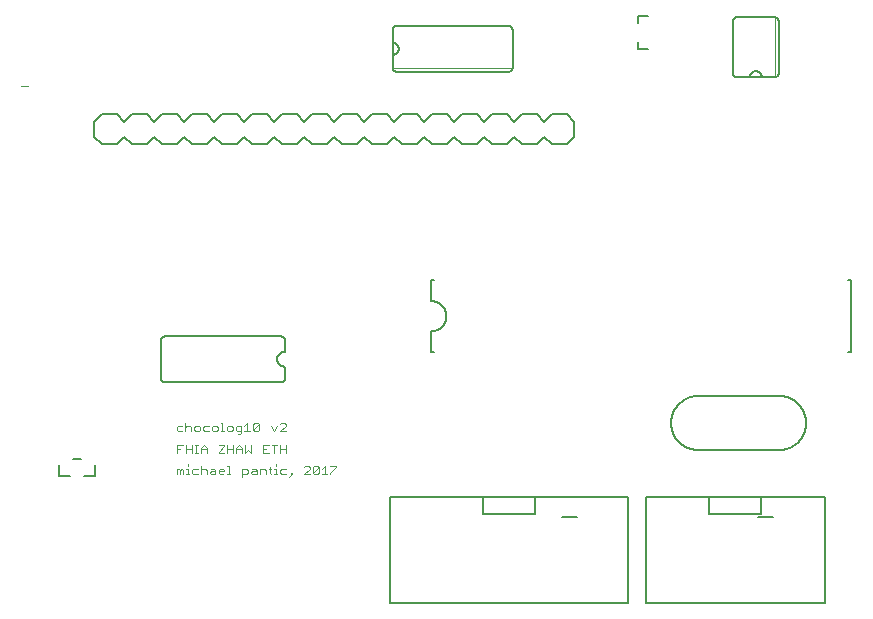
<source format=gto>
G75*
%MOIN*%
%OFA0B0*%
%FSLAX25Y25*%
%IPPOS*%
%LPD*%
%AMOC8*
5,1,8,0,0,1.08239X$1,22.5*
%
%ADD10C,0.00000*%
%ADD11C,0.00300*%
%ADD12C,0.00600*%
%ADD13C,0.00200*%
%ADD14C,0.00800*%
D10*
X0091852Y0181806D02*
X0091952Y0181806D01*
X0092003Y0181806D02*
X0092003Y0182006D01*
X0092036Y0181939D02*
X0092103Y0181939D01*
X0092136Y0181906D01*
X0092136Y0181806D01*
X0092187Y0181839D02*
X0092220Y0181806D01*
X0092287Y0181806D01*
X0092320Y0181839D01*
X0092320Y0181906D01*
X0092287Y0181939D01*
X0092220Y0181939D01*
X0092187Y0181906D01*
X0092187Y0181839D01*
X0092036Y0181939D02*
X0092003Y0181906D01*
X0091952Y0181939D02*
X0091852Y0181939D01*
X0091819Y0181906D01*
X0091819Y0181839D01*
X0091852Y0181806D01*
X0092371Y0181839D02*
X0092404Y0181806D01*
X0092504Y0181806D01*
X0092555Y0181839D02*
X0092589Y0181806D01*
X0092655Y0181806D01*
X0092689Y0181839D01*
X0092689Y0181906D01*
X0092655Y0181939D01*
X0092589Y0181939D01*
X0092555Y0181906D01*
X0092555Y0181839D01*
X0092504Y0181939D02*
X0092404Y0181939D01*
X0092371Y0181906D01*
X0092371Y0181839D01*
X0092739Y0181806D02*
X0092806Y0181806D01*
X0092773Y0181806D02*
X0092773Y0182006D01*
X0092739Y0182006D01*
X0092862Y0181906D02*
X0092862Y0181839D01*
X0092895Y0181806D01*
X0092962Y0181806D01*
X0092996Y0181839D01*
X0092996Y0181906D01*
X0092962Y0181939D01*
X0092895Y0181939D01*
X0092862Y0181906D01*
X0093046Y0181906D02*
X0093046Y0181839D01*
X0093080Y0181806D01*
X0093180Y0181806D01*
X0093180Y0181772D02*
X0093180Y0181939D01*
X0093080Y0181939D01*
X0093046Y0181906D01*
X0093113Y0181739D02*
X0093146Y0181739D01*
X0093180Y0181772D01*
X0093230Y0181806D02*
X0093364Y0181806D01*
X0093415Y0181839D02*
X0093548Y0181972D01*
X0093548Y0181839D01*
X0093515Y0181806D01*
X0093448Y0181806D01*
X0093415Y0181839D01*
X0093415Y0181972D01*
X0093448Y0182006D01*
X0093515Y0182006D01*
X0093548Y0181972D01*
X0093783Y0181939D02*
X0093850Y0181806D01*
X0093916Y0181939D01*
X0093967Y0181972D02*
X0094000Y0182006D01*
X0094067Y0182006D01*
X0094100Y0181972D01*
X0094100Y0181939D01*
X0093967Y0181806D01*
X0094100Y0181806D01*
X0093297Y0181806D02*
X0093297Y0182006D01*
X0093230Y0181939D01*
D11*
X0144252Y0068690D02*
X0143769Y0068207D01*
X0143769Y0067239D01*
X0144252Y0066756D01*
X0145704Y0066756D01*
X0146715Y0066756D02*
X0146715Y0069658D01*
X0147199Y0068690D02*
X0148166Y0068690D01*
X0148650Y0068207D01*
X0148650Y0066756D01*
X0149662Y0067239D02*
X0150145Y0066756D01*
X0151113Y0066756D01*
X0151597Y0067239D01*
X0151597Y0068207D01*
X0151113Y0068690D01*
X0150145Y0068690D01*
X0149662Y0068207D01*
X0149662Y0067239D01*
X0147199Y0068690D02*
X0146715Y0068207D01*
X0145704Y0068690D02*
X0144252Y0068690D01*
X0152608Y0068207D02*
X0152608Y0067239D01*
X0153092Y0066756D01*
X0154543Y0066756D01*
X0155555Y0067239D02*
X0155555Y0068207D01*
X0156038Y0068690D01*
X0157006Y0068690D01*
X0157490Y0068207D01*
X0157490Y0067239D01*
X0157006Y0066756D01*
X0156038Y0066756D01*
X0155555Y0067239D01*
X0154543Y0068690D02*
X0153092Y0068690D01*
X0152608Y0068207D01*
X0158501Y0069658D02*
X0158985Y0069658D01*
X0158985Y0066756D01*
X0158501Y0066756D02*
X0159469Y0066756D01*
X0160466Y0067239D02*
X0160949Y0066756D01*
X0161917Y0066756D01*
X0162401Y0067239D01*
X0162401Y0068207D01*
X0161917Y0068690D01*
X0160949Y0068690D01*
X0160466Y0068207D01*
X0160466Y0067239D01*
X0163412Y0067239D02*
X0163896Y0066756D01*
X0165347Y0066756D01*
X0165347Y0066272D02*
X0165347Y0068690D01*
X0163896Y0068690D01*
X0163412Y0068207D01*
X0163412Y0067239D01*
X0164380Y0065788D02*
X0164863Y0065788D01*
X0165347Y0066272D01*
X0166359Y0066756D02*
X0168294Y0066756D01*
X0167326Y0066756D02*
X0167326Y0069658D01*
X0166359Y0068690D01*
X0169305Y0069174D02*
X0169305Y0067239D01*
X0171240Y0069174D01*
X0171240Y0067239D01*
X0170756Y0066756D01*
X0169789Y0066756D01*
X0169305Y0067239D01*
X0169305Y0069174D02*
X0169789Y0069658D01*
X0170756Y0069658D01*
X0171240Y0069174D01*
X0175198Y0068690D02*
X0176166Y0066756D01*
X0177133Y0068690D01*
X0178145Y0069174D02*
X0178628Y0069658D01*
X0179596Y0069658D01*
X0180080Y0069174D01*
X0180080Y0068690D01*
X0178145Y0066756D01*
X0180080Y0066756D01*
X0180280Y0062358D02*
X0180280Y0059456D01*
X0180280Y0060907D02*
X0178345Y0060907D01*
X0178345Y0059456D02*
X0178345Y0062358D01*
X0177333Y0062358D02*
X0175398Y0062358D01*
X0176366Y0062358D02*
X0176366Y0059456D01*
X0174387Y0059456D02*
X0172452Y0059456D01*
X0172452Y0062358D01*
X0174387Y0062358D01*
X0173419Y0060907D02*
X0172452Y0060907D01*
X0168494Y0059456D02*
X0168494Y0062358D01*
X0166559Y0062358D02*
X0166559Y0059456D01*
X0167526Y0060423D01*
X0168494Y0059456D01*
X0165547Y0059456D02*
X0165547Y0061390D01*
X0164580Y0062358D01*
X0163612Y0061390D01*
X0163612Y0059456D01*
X0162601Y0059456D02*
X0162601Y0062358D01*
X0162601Y0060907D02*
X0160666Y0060907D01*
X0159654Y0061874D02*
X0157719Y0059939D01*
X0157719Y0059456D01*
X0159654Y0059456D01*
X0160666Y0059456D02*
X0160666Y0062358D01*
X0159654Y0062358D02*
X0159654Y0061874D01*
X0159654Y0062358D02*
X0157719Y0062358D01*
X0153761Y0061390D02*
X0153761Y0059456D01*
X0153761Y0060907D02*
X0151826Y0060907D01*
X0151826Y0061390D02*
X0152793Y0062358D01*
X0153761Y0061390D01*
X0151826Y0061390D02*
X0151826Y0059456D01*
X0150829Y0059456D02*
X0149862Y0059456D01*
X0150345Y0059456D02*
X0150345Y0062358D01*
X0149862Y0062358D02*
X0150829Y0062358D01*
X0148850Y0062358D02*
X0148850Y0059456D01*
X0148850Y0060907D02*
X0146915Y0060907D01*
X0146915Y0059456D02*
X0146915Y0062358D01*
X0145904Y0062358D02*
X0143969Y0062358D01*
X0143969Y0059456D01*
X0143969Y0060907D02*
X0144936Y0060907D01*
X0147399Y0055842D02*
X0147399Y0055358D01*
X0147399Y0054390D02*
X0147399Y0052456D01*
X0146915Y0052456D02*
X0147883Y0052456D01*
X0148879Y0052939D02*
X0149363Y0052456D01*
X0150814Y0052456D01*
X0151826Y0052456D02*
X0151826Y0055358D01*
X0152310Y0054390D02*
X0153277Y0054390D01*
X0153761Y0053907D01*
X0153761Y0052456D01*
X0154772Y0052939D02*
X0155256Y0053423D01*
X0156707Y0053423D01*
X0156707Y0053907D02*
X0156707Y0052456D01*
X0155256Y0052456D01*
X0154772Y0052939D01*
X0155256Y0054390D02*
X0156224Y0054390D01*
X0156707Y0053907D01*
X0157719Y0053907D02*
X0158203Y0054390D01*
X0159170Y0054390D01*
X0159654Y0053907D01*
X0159654Y0053423D01*
X0157719Y0053423D01*
X0157719Y0052939D02*
X0157719Y0053907D01*
X0157719Y0052939D02*
X0158203Y0052456D01*
X0159170Y0052456D01*
X0160666Y0052456D02*
X0161633Y0052456D01*
X0161149Y0052456D02*
X0161149Y0055358D01*
X0160666Y0055358D01*
X0165576Y0054390D02*
X0167028Y0054390D01*
X0167511Y0053907D01*
X0167511Y0052939D01*
X0167028Y0052456D01*
X0165576Y0052456D01*
X0165576Y0051488D02*
X0165576Y0054390D01*
X0168523Y0052939D02*
X0169007Y0053423D01*
X0170458Y0053423D01*
X0170458Y0053907D02*
X0170458Y0052456D01*
X0169007Y0052456D01*
X0168523Y0052939D01*
X0169007Y0054390D02*
X0169974Y0054390D01*
X0170458Y0053907D01*
X0171469Y0054390D02*
X0171469Y0052456D01*
X0171469Y0054390D02*
X0172921Y0054390D01*
X0173404Y0053907D01*
X0173404Y0052456D01*
X0174900Y0052939D02*
X0175383Y0052456D01*
X0174900Y0052939D02*
X0174900Y0054874D01*
X0175383Y0054390D02*
X0174416Y0054390D01*
X0176380Y0054390D02*
X0176864Y0054390D01*
X0176864Y0052456D01*
X0176380Y0052456D02*
X0177348Y0052456D01*
X0178345Y0052939D02*
X0178828Y0052456D01*
X0180280Y0052456D01*
X0181291Y0051488D02*
X0182259Y0052456D01*
X0181775Y0052456D01*
X0181775Y0052939D01*
X0182259Y0052939D01*
X0182259Y0052456D01*
X0180280Y0054390D02*
X0178828Y0054390D01*
X0178345Y0053907D01*
X0178345Y0052939D01*
X0176864Y0055358D02*
X0176864Y0055842D01*
X0186202Y0054874D02*
X0186686Y0055358D01*
X0187653Y0055358D01*
X0188137Y0054874D01*
X0188137Y0054390D01*
X0186202Y0052456D01*
X0188137Y0052456D01*
X0189149Y0052939D02*
X0191084Y0054874D01*
X0191084Y0052939D01*
X0190600Y0052456D01*
X0189632Y0052456D01*
X0189149Y0052939D01*
X0189149Y0054874D01*
X0189632Y0055358D01*
X0190600Y0055358D01*
X0191084Y0054874D01*
X0192095Y0054390D02*
X0193063Y0055358D01*
X0193063Y0052456D01*
X0194030Y0052456D02*
X0192095Y0052456D01*
X0195042Y0052456D02*
X0195042Y0052939D01*
X0196977Y0054874D01*
X0196977Y0055358D01*
X0195042Y0055358D01*
X0165547Y0060907D02*
X0163612Y0060907D01*
X0152310Y0054390D02*
X0151826Y0053907D01*
X0150814Y0054390D02*
X0149363Y0054390D01*
X0148879Y0053907D01*
X0148879Y0052939D01*
X0147399Y0054390D02*
X0146915Y0054390D01*
X0145904Y0053907D02*
X0145904Y0052456D01*
X0144936Y0052456D02*
X0144936Y0053907D01*
X0145420Y0054390D01*
X0145904Y0053907D01*
X0144936Y0053907D02*
X0144452Y0054390D01*
X0143969Y0054390D01*
X0143969Y0052456D01*
D12*
X0108191Y0051854D02*
X0104591Y0051854D01*
X0104591Y0055654D01*
X0109291Y0057454D02*
X0111891Y0057454D01*
X0116591Y0055654D02*
X0116591Y0051854D01*
X0112991Y0051854D01*
X0330588Y0184870D02*
X0342988Y0184870D01*
X0343064Y0184872D01*
X0343140Y0184878D01*
X0343215Y0184887D01*
X0343290Y0184901D01*
X0343364Y0184918D01*
X0343437Y0184939D01*
X0343509Y0184963D01*
X0343580Y0184992D01*
X0343649Y0185023D01*
X0343716Y0185058D01*
X0343781Y0185097D01*
X0343845Y0185139D01*
X0343906Y0185184D01*
X0343965Y0185232D01*
X0344021Y0185283D01*
X0344075Y0185337D01*
X0344126Y0185393D01*
X0344174Y0185452D01*
X0344219Y0185513D01*
X0344261Y0185577D01*
X0344300Y0185642D01*
X0344335Y0185709D01*
X0344366Y0185778D01*
X0344395Y0185849D01*
X0344419Y0185921D01*
X0344440Y0185994D01*
X0344457Y0186068D01*
X0344471Y0186143D01*
X0344480Y0186218D01*
X0344486Y0186294D01*
X0344488Y0186370D01*
X0344488Y0203370D01*
X0344486Y0203446D01*
X0344480Y0203522D01*
X0344471Y0203597D01*
X0344457Y0203672D01*
X0344440Y0203746D01*
X0344419Y0203819D01*
X0344395Y0203891D01*
X0344366Y0203962D01*
X0344335Y0204031D01*
X0344300Y0204098D01*
X0344261Y0204163D01*
X0344219Y0204227D01*
X0344174Y0204288D01*
X0344126Y0204347D01*
X0344075Y0204403D01*
X0344021Y0204457D01*
X0343965Y0204508D01*
X0343906Y0204556D01*
X0343845Y0204601D01*
X0343781Y0204643D01*
X0343716Y0204682D01*
X0343649Y0204717D01*
X0343580Y0204748D01*
X0343509Y0204777D01*
X0343437Y0204801D01*
X0343364Y0204822D01*
X0343290Y0204839D01*
X0343215Y0204853D01*
X0343140Y0204862D01*
X0343064Y0204868D01*
X0342988Y0204870D01*
X0330588Y0204870D01*
X0330512Y0204868D01*
X0330436Y0204862D01*
X0330361Y0204853D01*
X0330286Y0204839D01*
X0330212Y0204822D01*
X0330139Y0204801D01*
X0330067Y0204777D01*
X0329996Y0204748D01*
X0329927Y0204717D01*
X0329860Y0204682D01*
X0329795Y0204643D01*
X0329731Y0204601D01*
X0329670Y0204556D01*
X0329611Y0204508D01*
X0329555Y0204457D01*
X0329501Y0204403D01*
X0329450Y0204347D01*
X0329402Y0204288D01*
X0329357Y0204227D01*
X0329315Y0204163D01*
X0329276Y0204098D01*
X0329241Y0204031D01*
X0329210Y0203962D01*
X0329181Y0203891D01*
X0329157Y0203819D01*
X0329136Y0203746D01*
X0329119Y0203672D01*
X0329105Y0203597D01*
X0329096Y0203522D01*
X0329090Y0203446D01*
X0329088Y0203370D01*
X0329088Y0186370D01*
X0329090Y0186294D01*
X0329096Y0186218D01*
X0329105Y0186143D01*
X0329119Y0186068D01*
X0329136Y0185994D01*
X0329157Y0185921D01*
X0329181Y0185849D01*
X0329210Y0185778D01*
X0329241Y0185709D01*
X0329276Y0185642D01*
X0329315Y0185577D01*
X0329357Y0185513D01*
X0329402Y0185452D01*
X0329450Y0185393D01*
X0329501Y0185337D01*
X0329555Y0185283D01*
X0329611Y0185232D01*
X0329670Y0185184D01*
X0329731Y0185139D01*
X0329795Y0185097D01*
X0329860Y0185058D01*
X0329927Y0185023D01*
X0329996Y0184992D01*
X0330067Y0184963D01*
X0330139Y0184939D01*
X0330212Y0184918D01*
X0330286Y0184901D01*
X0330361Y0184887D01*
X0330436Y0184878D01*
X0330512Y0184872D01*
X0330588Y0184870D01*
X0334788Y0184870D02*
X0334790Y0184958D01*
X0334796Y0185047D01*
X0334806Y0185135D01*
X0334819Y0185222D01*
X0334837Y0185309D01*
X0334858Y0185395D01*
X0334883Y0185480D01*
X0334912Y0185563D01*
X0334945Y0185646D01*
X0334981Y0185726D01*
X0335020Y0185805D01*
X0335063Y0185883D01*
X0335110Y0185958D01*
X0335160Y0186031D01*
X0335213Y0186102D01*
X0335269Y0186171D01*
X0335328Y0186237D01*
X0335390Y0186300D01*
X0335454Y0186360D01*
X0335521Y0186418D01*
X0335591Y0186472D01*
X0335663Y0186524D01*
X0335737Y0186572D01*
X0335814Y0186617D01*
X0335892Y0186658D01*
X0335972Y0186696D01*
X0336053Y0186730D01*
X0336136Y0186761D01*
X0336221Y0186788D01*
X0336306Y0186811D01*
X0336392Y0186830D01*
X0336480Y0186846D01*
X0336567Y0186858D01*
X0336655Y0186866D01*
X0336744Y0186870D01*
X0336832Y0186870D01*
X0336921Y0186866D01*
X0337009Y0186858D01*
X0337096Y0186846D01*
X0337184Y0186830D01*
X0337270Y0186811D01*
X0337355Y0186788D01*
X0337440Y0186761D01*
X0337523Y0186730D01*
X0337604Y0186696D01*
X0337684Y0186658D01*
X0337762Y0186617D01*
X0337839Y0186572D01*
X0337913Y0186524D01*
X0337985Y0186472D01*
X0338055Y0186418D01*
X0338122Y0186360D01*
X0338186Y0186300D01*
X0338248Y0186237D01*
X0338307Y0186171D01*
X0338363Y0186102D01*
X0338416Y0186031D01*
X0338466Y0185958D01*
X0338513Y0185883D01*
X0338556Y0185805D01*
X0338595Y0185726D01*
X0338631Y0185646D01*
X0338664Y0185563D01*
X0338693Y0185480D01*
X0338718Y0185395D01*
X0338739Y0185309D01*
X0338757Y0185222D01*
X0338770Y0185135D01*
X0338780Y0185047D01*
X0338786Y0184958D01*
X0338788Y0184870D01*
X0255756Y0188146D02*
X0255756Y0200546D01*
X0255754Y0200622D01*
X0255748Y0200698D01*
X0255739Y0200773D01*
X0255725Y0200848D01*
X0255708Y0200922D01*
X0255687Y0200995D01*
X0255663Y0201067D01*
X0255634Y0201138D01*
X0255603Y0201207D01*
X0255568Y0201274D01*
X0255529Y0201339D01*
X0255487Y0201403D01*
X0255442Y0201464D01*
X0255394Y0201523D01*
X0255343Y0201579D01*
X0255289Y0201633D01*
X0255233Y0201684D01*
X0255174Y0201732D01*
X0255113Y0201777D01*
X0255049Y0201819D01*
X0254984Y0201858D01*
X0254917Y0201893D01*
X0254848Y0201924D01*
X0254777Y0201953D01*
X0254705Y0201977D01*
X0254632Y0201998D01*
X0254558Y0202015D01*
X0254483Y0202029D01*
X0254408Y0202038D01*
X0254332Y0202044D01*
X0254256Y0202046D01*
X0217256Y0202046D01*
X0217180Y0202044D01*
X0217104Y0202038D01*
X0217029Y0202029D01*
X0216954Y0202015D01*
X0216880Y0201998D01*
X0216807Y0201977D01*
X0216735Y0201953D01*
X0216664Y0201924D01*
X0216595Y0201893D01*
X0216528Y0201858D01*
X0216463Y0201819D01*
X0216399Y0201777D01*
X0216338Y0201732D01*
X0216279Y0201684D01*
X0216223Y0201633D01*
X0216169Y0201579D01*
X0216118Y0201523D01*
X0216070Y0201464D01*
X0216025Y0201403D01*
X0215983Y0201339D01*
X0215944Y0201274D01*
X0215909Y0201207D01*
X0215878Y0201138D01*
X0215849Y0201067D01*
X0215825Y0200995D01*
X0215804Y0200922D01*
X0215787Y0200848D01*
X0215773Y0200773D01*
X0215764Y0200698D01*
X0215758Y0200622D01*
X0215756Y0200546D01*
X0215756Y0196346D01*
X0215756Y0192346D01*
X0215756Y0188146D01*
X0215758Y0188070D01*
X0215764Y0187994D01*
X0215773Y0187919D01*
X0215787Y0187844D01*
X0215804Y0187770D01*
X0215825Y0187697D01*
X0215849Y0187625D01*
X0215878Y0187554D01*
X0215909Y0187485D01*
X0215944Y0187418D01*
X0215983Y0187353D01*
X0216025Y0187289D01*
X0216070Y0187228D01*
X0216118Y0187169D01*
X0216169Y0187113D01*
X0216223Y0187059D01*
X0216279Y0187008D01*
X0216338Y0186960D01*
X0216399Y0186915D01*
X0216463Y0186873D01*
X0216528Y0186834D01*
X0216595Y0186799D01*
X0216664Y0186768D01*
X0216735Y0186739D01*
X0216807Y0186715D01*
X0216880Y0186694D01*
X0216954Y0186677D01*
X0217029Y0186663D01*
X0217104Y0186654D01*
X0217180Y0186648D01*
X0217256Y0186646D01*
X0254256Y0186646D01*
X0254332Y0186648D01*
X0254408Y0186654D01*
X0254483Y0186663D01*
X0254558Y0186677D01*
X0254632Y0186694D01*
X0254705Y0186715D01*
X0254777Y0186739D01*
X0254848Y0186768D01*
X0254917Y0186799D01*
X0254984Y0186834D01*
X0255049Y0186873D01*
X0255113Y0186915D01*
X0255174Y0186960D01*
X0255233Y0187008D01*
X0255289Y0187059D01*
X0255343Y0187113D01*
X0255394Y0187169D01*
X0255442Y0187228D01*
X0255487Y0187289D01*
X0255529Y0187353D01*
X0255568Y0187418D01*
X0255603Y0187485D01*
X0255634Y0187554D01*
X0255663Y0187625D01*
X0255687Y0187697D01*
X0255708Y0187770D01*
X0255725Y0187844D01*
X0255739Y0187919D01*
X0255748Y0187994D01*
X0255754Y0188070D01*
X0255756Y0188146D01*
X0215756Y0192346D02*
X0215844Y0192348D01*
X0215933Y0192354D01*
X0216021Y0192364D01*
X0216108Y0192377D01*
X0216195Y0192395D01*
X0216281Y0192416D01*
X0216366Y0192441D01*
X0216449Y0192470D01*
X0216532Y0192503D01*
X0216612Y0192539D01*
X0216691Y0192578D01*
X0216769Y0192621D01*
X0216844Y0192668D01*
X0216917Y0192718D01*
X0216988Y0192771D01*
X0217057Y0192827D01*
X0217123Y0192886D01*
X0217186Y0192948D01*
X0217246Y0193012D01*
X0217304Y0193079D01*
X0217358Y0193149D01*
X0217410Y0193221D01*
X0217458Y0193295D01*
X0217503Y0193372D01*
X0217544Y0193450D01*
X0217582Y0193530D01*
X0217616Y0193611D01*
X0217647Y0193694D01*
X0217674Y0193779D01*
X0217697Y0193864D01*
X0217716Y0193950D01*
X0217732Y0194038D01*
X0217744Y0194125D01*
X0217752Y0194213D01*
X0217756Y0194302D01*
X0217756Y0194390D01*
X0217752Y0194479D01*
X0217744Y0194567D01*
X0217732Y0194654D01*
X0217716Y0194742D01*
X0217697Y0194828D01*
X0217674Y0194913D01*
X0217647Y0194998D01*
X0217616Y0195081D01*
X0217582Y0195162D01*
X0217544Y0195242D01*
X0217503Y0195320D01*
X0217458Y0195397D01*
X0217410Y0195471D01*
X0217358Y0195543D01*
X0217304Y0195613D01*
X0217246Y0195680D01*
X0217186Y0195744D01*
X0217123Y0195806D01*
X0217057Y0195865D01*
X0216988Y0195921D01*
X0216917Y0195974D01*
X0216844Y0196024D01*
X0216769Y0196071D01*
X0216691Y0196114D01*
X0216612Y0196153D01*
X0216532Y0196189D01*
X0216449Y0196222D01*
X0216366Y0196251D01*
X0216281Y0196276D01*
X0216195Y0196297D01*
X0216108Y0196315D01*
X0216021Y0196328D01*
X0215933Y0196338D01*
X0215844Y0196344D01*
X0215756Y0196346D01*
D13*
X0215756Y0188046D02*
X0255756Y0188046D01*
X0343088Y0184870D02*
X0343088Y0204870D01*
D14*
X0300733Y0205346D02*
X0297583Y0205346D01*
X0297583Y0202984D01*
X0297583Y0196685D02*
X0297583Y0194323D01*
X0300733Y0194323D01*
X0276268Y0169996D02*
X0273768Y0172496D01*
X0268768Y0172496D01*
X0266268Y0169996D01*
X0263768Y0172496D01*
X0258768Y0172496D01*
X0256268Y0169996D01*
X0253768Y0172496D01*
X0248768Y0172496D01*
X0246268Y0169996D01*
X0243768Y0172496D01*
X0238768Y0172496D01*
X0236268Y0169996D01*
X0233768Y0172496D01*
X0228768Y0172496D01*
X0226268Y0169996D01*
X0223768Y0172496D01*
X0218768Y0172496D01*
X0216268Y0169996D01*
X0213768Y0172496D01*
X0208768Y0172496D01*
X0206268Y0169996D01*
X0203768Y0172496D01*
X0198768Y0172496D01*
X0196268Y0169996D01*
X0193768Y0172496D01*
X0188768Y0172496D01*
X0186268Y0169996D01*
X0183768Y0172496D01*
X0178768Y0172496D01*
X0176268Y0169996D01*
X0173768Y0172496D01*
X0168768Y0172496D01*
X0166268Y0169996D01*
X0163768Y0172496D01*
X0158768Y0172496D01*
X0156268Y0169996D01*
X0153768Y0172496D01*
X0148768Y0172496D01*
X0146268Y0169996D01*
X0143768Y0172496D01*
X0138768Y0172496D01*
X0136268Y0169996D01*
X0133768Y0172496D01*
X0128768Y0172496D01*
X0126268Y0169996D01*
X0123768Y0172496D01*
X0118768Y0172496D01*
X0116268Y0169996D01*
X0116268Y0164996D01*
X0118768Y0162496D01*
X0123768Y0162496D01*
X0126268Y0164996D01*
X0128768Y0162496D01*
X0133768Y0162496D01*
X0136268Y0164996D01*
X0138768Y0162496D01*
X0143768Y0162496D01*
X0146268Y0164996D01*
X0148768Y0162496D01*
X0153768Y0162496D01*
X0156268Y0164996D01*
X0158768Y0162496D01*
X0163768Y0162496D01*
X0166268Y0164996D01*
X0168768Y0162496D01*
X0173768Y0162496D01*
X0176268Y0164996D01*
X0178768Y0162496D01*
X0183768Y0162496D01*
X0186268Y0164996D01*
X0188768Y0162496D01*
X0193768Y0162496D01*
X0196268Y0164996D01*
X0198768Y0162496D01*
X0203768Y0162496D01*
X0206268Y0164996D01*
X0208768Y0162496D01*
X0213768Y0162496D01*
X0216268Y0164996D01*
X0218768Y0162496D01*
X0223768Y0162496D01*
X0226268Y0164996D01*
X0228768Y0162496D01*
X0233768Y0162496D01*
X0236268Y0164996D01*
X0238768Y0162496D01*
X0243768Y0162496D01*
X0246268Y0164996D01*
X0248768Y0162496D01*
X0253768Y0162496D01*
X0256268Y0164996D01*
X0258768Y0162496D01*
X0263768Y0162496D01*
X0266268Y0164996D01*
X0268768Y0162496D01*
X0273768Y0162496D01*
X0276268Y0164996D01*
X0276268Y0169996D01*
X0276268Y0164996D01*
X0229709Y0117205D02*
X0228709Y0117205D01*
X0228709Y0110205D01*
X0228849Y0110203D01*
X0228989Y0110197D01*
X0229129Y0110187D01*
X0229269Y0110174D01*
X0229408Y0110156D01*
X0229547Y0110134D01*
X0229684Y0110109D01*
X0229822Y0110080D01*
X0229958Y0110047D01*
X0230093Y0110010D01*
X0230227Y0109969D01*
X0230360Y0109924D01*
X0230492Y0109876D01*
X0230622Y0109824D01*
X0230751Y0109769D01*
X0230878Y0109710D01*
X0231004Y0109647D01*
X0231128Y0109581D01*
X0231249Y0109512D01*
X0231369Y0109439D01*
X0231487Y0109362D01*
X0231602Y0109283D01*
X0231716Y0109200D01*
X0231826Y0109114D01*
X0231935Y0109025D01*
X0232041Y0108933D01*
X0232144Y0108838D01*
X0232245Y0108741D01*
X0232342Y0108640D01*
X0232437Y0108537D01*
X0232529Y0108431D01*
X0232618Y0108322D01*
X0232704Y0108212D01*
X0232787Y0108098D01*
X0232866Y0107983D01*
X0232943Y0107865D01*
X0233016Y0107745D01*
X0233085Y0107624D01*
X0233151Y0107500D01*
X0233214Y0107374D01*
X0233273Y0107247D01*
X0233328Y0107118D01*
X0233380Y0106988D01*
X0233428Y0106856D01*
X0233473Y0106723D01*
X0233514Y0106589D01*
X0233551Y0106454D01*
X0233584Y0106318D01*
X0233613Y0106180D01*
X0233638Y0106043D01*
X0233660Y0105904D01*
X0233678Y0105765D01*
X0233691Y0105625D01*
X0233701Y0105485D01*
X0233707Y0105345D01*
X0233709Y0105205D01*
X0233707Y0105065D01*
X0233701Y0104925D01*
X0233691Y0104785D01*
X0233678Y0104645D01*
X0233660Y0104506D01*
X0233638Y0104367D01*
X0233613Y0104230D01*
X0233584Y0104092D01*
X0233551Y0103956D01*
X0233514Y0103821D01*
X0233473Y0103687D01*
X0233428Y0103554D01*
X0233380Y0103422D01*
X0233328Y0103292D01*
X0233273Y0103163D01*
X0233214Y0103036D01*
X0233151Y0102910D01*
X0233085Y0102786D01*
X0233016Y0102665D01*
X0232943Y0102545D01*
X0232866Y0102427D01*
X0232787Y0102312D01*
X0232704Y0102198D01*
X0232618Y0102088D01*
X0232529Y0101979D01*
X0232437Y0101873D01*
X0232342Y0101770D01*
X0232245Y0101669D01*
X0232144Y0101572D01*
X0232041Y0101477D01*
X0231935Y0101385D01*
X0231826Y0101296D01*
X0231716Y0101210D01*
X0231602Y0101127D01*
X0231487Y0101048D01*
X0231369Y0100971D01*
X0231249Y0100898D01*
X0231128Y0100829D01*
X0231004Y0100763D01*
X0230878Y0100700D01*
X0230751Y0100641D01*
X0230622Y0100586D01*
X0230492Y0100534D01*
X0230360Y0100486D01*
X0230227Y0100441D01*
X0230093Y0100400D01*
X0229958Y0100363D01*
X0229822Y0100330D01*
X0229684Y0100301D01*
X0229547Y0100276D01*
X0229408Y0100254D01*
X0229269Y0100236D01*
X0229129Y0100223D01*
X0228989Y0100213D01*
X0228849Y0100207D01*
X0228709Y0100205D01*
X0228709Y0093205D01*
X0229709Y0093205D01*
X0179960Y0093364D02*
X0179960Y0097320D01*
X0179948Y0097390D01*
X0179931Y0097460D01*
X0179911Y0097528D01*
X0179888Y0097596D01*
X0179860Y0097662D01*
X0179829Y0097726D01*
X0179795Y0097788D01*
X0179757Y0097849D01*
X0179717Y0097908D01*
X0179673Y0097964D01*
X0179626Y0098017D01*
X0179576Y0098069D01*
X0179523Y0098117D01*
X0179468Y0098162D01*
X0179411Y0098205D01*
X0179351Y0098244D01*
X0179289Y0098280D01*
X0179226Y0098312D01*
X0179161Y0098341D01*
X0179094Y0098367D01*
X0179026Y0098389D01*
X0178957Y0098407D01*
X0178887Y0098421D01*
X0178816Y0098431D01*
X0178745Y0098438D01*
X0178674Y0098441D01*
X0178603Y0098440D01*
X0178531Y0098435D01*
X0178461Y0098426D01*
X0178460Y0098426D02*
X0139667Y0098426D01*
X0139666Y0098426D02*
X0139596Y0098414D01*
X0139526Y0098397D01*
X0139458Y0098377D01*
X0139391Y0098353D01*
X0139325Y0098326D01*
X0139260Y0098295D01*
X0139198Y0098261D01*
X0139137Y0098223D01*
X0139079Y0098182D01*
X0139022Y0098138D01*
X0138969Y0098091D01*
X0138918Y0098041D01*
X0138869Y0097989D01*
X0138824Y0097934D01*
X0138781Y0097876D01*
X0138742Y0097817D01*
X0138706Y0097755D01*
X0138674Y0097691D01*
X0138645Y0097626D01*
X0138619Y0097560D01*
X0138598Y0097492D01*
X0138579Y0097422D01*
X0138565Y0097353D01*
X0138555Y0097282D01*
X0138548Y0097211D01*
X0138545Y0097140D01*
X0138546Y0097068D01*
X0138551Y0096997D01*
X0138560Y0096926D01*
X0138560Y0084601D01*
X0138562Y0084525D01*
X0138568Y0084450D01*
X0138577Y0084374D01*
X0138591Y0084299D01*
X0138608Y0084225D01*
X0138629Y0084152D01*
X0138653Y0084080D01*
X0138681Y0084010D01*
X0138713Y0083941D01*
X0138748Y0083873D01*
X0138787Y0083808D01*
X0138829Y0083744D01*
X0138874Y0083683D01*
X0138922Y0083624D01*
X0138973Y0083568D01*
X0139027Y0083514D01*
X0139083Y0083463D01*
X0139142Y0083415D01*
X0139203Y0083370D01*
X0139267Y0083328D01*
X0139332Y0083289D01*
X0139400Y0083254D01*
X0139469Y0083222D01*
X0139539Y0083194D01*
X0139611Y0083170D01*
X0139684Y0083149D01*
X0139758Y0083132D01*
X0139833Y0083118D01*
X0139909Y0083109D01*
X0139984Y0083103D01*
X0140060Y0083101D01*
X0178460Y0083101D01*
X0178541Y0083113D01*
X0178621Y0083128D01*
X0178700Y0083147D01*
X0178778Y0083169D01*
X0178855Y0083196D01*
X0178931Y0083225D01*
X0179005Y0083259D01*
X0179077Y0083296D01*
X0179148Y0083336D01*
X0179216Y0083380D01*
X0179283Y0083427D01*
X0179347Y0083477D01*
X0179408Y0083530D01*
X0179467Y0083586D01*
X0179524Y0083645D01*
X0179577Y0083706D01*
X0179628Y0083770D01*
X0179675Y0083836D01*
X0179719Y0083904D01*
X0179760Y0083974D01*
X0179798Y0084046D01*
X0179832Y0084120D01*
X0179862Y0084196D01*
X0179889Y0084272D01*
X0179912Y0084350D01*
X0179932Y0084429D01*
X0179947Y0084509D01*
X0179959Y0084590D01*
X0179967Y0084670D01*
X0179971Y0084752D01*
X0179972Y0084833D01*
X0179968Y0084914D01*
X0179961Y0084995D01*
X0179960Y0085045D02*
X0179960Y0088364D01*
X0179760Y0088364D02*
X0179662Y0088366D01*
X0179564Y0088372D01*
X0179466Y0088381D01*
X0179369Y0088395D01*
X0179272Y0088412D01*
X0179176Y0088433D01*
X0179081Y0088458D01*
X0178987Y0088486D01*
X0178895Y0088519D01*
X0178803Y0088554D01*
X0178713Y0088594D01*
X0178625Y0088636D01*
X0178538Y0088683D01*
X0178454Y0088732D01*
X0178371Y0088785D01*
X0178291Y0088841D01*
X0178212Y0088901D01*
X0178136Y0088963D01*
X0178063Y0089028D01*
X0177992Y0089096D01*
X0177924Y0089167D01*
X0177859Y0089240D01*
X0177797Y0089316D01*
X0177737Y0089395D01*
X0177681Y0089475D01*
X0177628Y0089558D01*
X0177579Y0089642D01*
X0177532Y0089729D01*
X0177490Y0089817D01*
X0177450Y0089907D01*
X0177415Y0089999D01*
X0177382Y0090091D01*
X0177354Y0090185D01*
X0177329Y0090280D01*
X0177308Y0090376D01*
X0177291Y0090473D01*
X0177277Y0090570D01*
X0177268Y0090668D01*
X0177262Y0090766D01*
X0177260Y0090864D01*
X0177262Y0090962D01*
X0177268Y0091060D01*
X0177277Y0091158D01*
X0177291Y0091255D01*
X0177308Y0091352D01*
X0177329Y0091448D01*
X0177354Y0091543D01*
X0177382Y0091637D01*
X0177415Y0091729D01*
X0177450Y0091821D01*
X0177490Y0091911D01*
X0177532Y0091999D01*
X0177579Y0092086D01*
X0177628Y0092170D01*
X0177681Y0092253D01*
X0177737Y0092333D01*
X0177797Y0092412D01*
X0177859Y0092488D01*
X0177924Y0092561D01*
X0177992Y0092632D01*
X0178063Y0092700D01*
X0178136Y0092765D01*
X0178212Y0092827D01*
X0178291Y0092887D01*
X0178371Y0092943D01*
X0178454Y0092996D01*
X0178538Y0093045D01*
X0178625Y0093092D01*
X0178713Y0093134D01*
X0178803Y0093174D01*
X0178895Y0093209D01*
X0178987Y0093242D01*
X0179081Y0093270D01*
X0179176Y0093295D01*
X0179272Y0093316D01*
X0179369Y0093333D01*
X0179466Y0093347D01*
X0179564Y0093356D01*
X0179662Y0093362D01*
X0179760Y0093364D01*
X0214851Y0045055D02*
X0214851Y0009622D01*
X0294378Y0009622D01*
X0294378Y0010016D02*
X0294378Y0045055D01*
X0263276Y0045055D01*
X0263276Y0039150D01*
X0245953Y0039150D01*
X0245953Y0045055D01*
X0263276Y0045055D01*
X0272115Y0038264D02*
X0277115Y0038264D01*
X0300276Y0044976D02*
X0300276Y0009543D01*
X0359804Y0009543D01*
X0359804Y0009937D02*
X0359804Y0044976D01*
X0338701Y0044976D01*
X0338701Y0039071D01*
X0321378Y0039071D01*
X0321378Y0044976D01*
X0338701Y0044976D01*
X0337540Y0038185D02*
X0342540Y0038185D01*
X0321378Y0044976D02*
X0300276Y0044976D01*
X0317579Y0060583D02*
X0344579Y0060583D01*
X0344798Y0060586D01*
X0345017Y0060594D01*
X0345236Y0060607D01*
X0345454Y0060626D01*
X0345672Y0060650D01*
X0345889Y0060679D01*
X0346106Y0060713D01*
X0346321Y0060753D01*
X0346536Y0060798D01*
X0346749Y0060849D01*
X0346961Y0060904D01*
X0347172Y0060965D01*
X0347381Y0061030D01*
X0347588Y0061101D01*
X0347794Y0061177D01*
X0347998Y0061258D01*
X0348200Y0061343D01*
X0348399Y0061434D01*
X0348596Y0061529D01*
X0348791Y0061630D01*
X0348984Y0061735D01*
X0349174Y0061844D01*
X0349361Y0061958D01*
X0349545Y0062077D01*
X0349726Y0062200D01*
X0349904Y0062328D01*
X0350080Y0062460D01*
X0350251Y0062596D01*
X0350420Y0062736D01*
X0350585Y0062880D01*
X0350746Y0063028D01*
X0350904Y0063180D01*
X0351058Y0063336D01*
X0351208Y0063496D01*
X0351355Y0063659D01*
X0351497Y0063826D01*
X0351635Y0063996D01*
X0351769Y0064170D01*
X0351899Y0064346D01*
X0352024Y0064526D01*
X0352145Y0064709D01*
X0352261Y0064895D01*
X0352373Y0065083D01*
X0352480Y0065274D01*
X0352583Y0065468D01*
X0352681Y0065664D01*
X0352774Y0065862D01*
X0352862Y0066063D01*
X0352945Y0066266D01*
X0353024Y0066471D01*
X0353097Y0066677D01*
X0353165Y0066885D01*
X0353228Y0067095D01*
X0353286Y0067307D01*
X0353339Y0067519D01*
X0353387Y0067733D01*
X0353429Y0067948D01*
X0353466Y0068164D01*
X0353498Y0068381D01*
X0353525Y0068599D01*
X0353546Y0068817D01*
X0353562Y0069035D01*
X0353573Y0069254D01*
X0353578Y0069473D01*
X0353578Y0069693D01*
X0353573Y0069912D01*
X0353562Y0070131D01*
X0353546Y0070349D01*
X0353525Y0070567D01*
X0353498Y0070785D01*
X0353466Y0071002D01*
X0353429Y0071218D01*
X0353387Y0071433D01*
X0353339Y0071647D01*
X0353286Y0071859D01*
X0353228Y0072071D01*
X0353165Y0072281D01*
X0353097Y0072489D01*
X0353024Y0072695D01*
X0352945Y0072900D01*
X0352862Y0073103D01*
X0352774Y0073304D01*
X0352681Y0073502D01*
X0352583Y0073698D01*
X0352480Y0073892D01*
X0352373Y0074083D01*
X0352261Y0074271D01*
X0352145Y0074457D01*
X0352024Y0074640D01*
X0351899Y0074820D01*
X0351769Y0074996D01*
X0351635Y0075170D01*
X0351497Y0075340D01*
X0351355Y0075507D01*
X0351208Y0075670D01*
X0351058Y0075830D01*
X0350904Y0075986D01*
X0350746Y0076138D01*
X0350585Y0076286D01*
X0350420Y0076430D01*
X0350251Y0076570D01*
X0350080Y0076706D01*
X0349904Y0076838D01*
X0349726Y0076966D01*
X0349545Y0077089D01*
X0349361Y0077208D01*
X0349174Y0077322D01*
X0348984Y0077431D01*
X0348791Y0077536D01*
X0348596Y0077637D01*
X0348399Y0077732D01*
X0348200Y0077823D01*
X0347998Y0077908D01*
X0347794Y0077989D01*
X0347588Y0078065D01*
X0347381Y0078136D01*
X0347172Y0078201D01*
X0346961Y0078262D01*
X0346749Y0078317D01*
X0346536Y0078368D01*
X0346321Y0078413D01*
X0346106Y0078453D01*
X0345889Y0078487D01*
X0345672Y0078516D01*
X0345454Y0078540D01*
X0345236Y0078559D01*
X0345017Y0078572D01*
X0344798Y0078580D01*
X0344579Y0078583D01*
X0317579Y0078583D01*
X0317360Y0078580D01*
X0317141Y0078572D01*
X0316922Y0078559D01*
X0316704Y0078540D01*
X0316486Y0078516D01*
X0316269Y0078487D01*
X0316052Y0078453D01*
X0315837Y0078413D01*
X0315622Y0078368D01*
X0315409Y0078317D01*
X0315197Y0078262D01*
X0314986Y0078201D01*
X0314777Y0078136D01*
X0314570Y0078065D01*
X0314364Y0077989D01*
X0314160Y0077908D01*
X0313958Y0077823D01*
X0313759Y0077732D01*
X0313562Y0077637D01*
X0313367Y0077536D01*
X0313174Y0077431D01*
X0312984Y0077322D01*
X0312797Y0077208D01*
X0312613Y0077089D01*
X0312432Y0076966D01*
X0312254Y0076838D01*
X0312078Y0076706D01*
X0311907Y0076570D01*
X0311738Y0076430D01*
X0311573Y0076286D01*
X0311412Y0076138D01*
X0311254Y0075986D01*
X0311100Y0075830D01*
X0310950Y0075670D01*
X0310803Y0075507D01*
X0310661Y0075340D01*
X0310523Y0075170D01*
X0310389Y0074996D01*
X0310259Y0074820D01*
X0310134Y0074640D01*
X0310013Y0074457D01*
X0309897Y0074271D01*
X0309785Y0074083D01*
X0309678Y0073892D01*
X0309575Y0073698D01*
X0309477Y0073502D01*
X0309384Y0073304D01*
X0309296Y0073103D01*
X0309213Y0072900D01*
X0309134Y0072695D01*
X0309061Y0072489D01*
X0308993Y0072281D01*
X0308930Y0072071D01*
X0308872Y0071859D01*
X0308819Y0071647D01*
X0308771Y0071433D01*
X0308729Y0071218D01*
X0308692Y0071002D01*
X0308660Y0070785D01*
X0308633Y0070567D01*
X0308612Y0070349D01*
X0308596Y0070131D01*
X0308585Y0069912D01*
X0308580Y0069693D01*
X0308580Y0069473D01*
X0308585Y0069254D01*
X0308596Y0069035D01*
X0308612Y0068817D01*
X0308633Y0068599D01*
X0308660Y0068381D01*
X0308692Y0068164D01*
X0308729Y0067948D01*
X0308771Y0067733D01*
X0308819Y0067519D01*
X0308872Y0067307D01*
X0308930Y0067095D01*
X0308993Y0066885D01*
X0309061Y0066677D01*
X0309134Y0066471D01*
X0309213Y0066266D01*
X0309296Y0066063D01*
X0309384Y0065862D01*
X0309477Y0065664D01*
X0309575Y0065468D01*
X0309678Y0065274D01*
X0309785Y0065083D01*
X0309897Y0064895D01*
X0310013Y0064709D01*
X0310134Y0064526D01*
X0310259Y0064346D01*
X0310389Y0064170D01*
X0310523Y0063996D01*
X0310661Y0063826D01*
X0310803Y0063659D01*
X0310950Y0063496D01*
X0311100Y0063336D01*
X0311254Y0063180D01*
X0311412Y0063028D01*
X0311573Y0062880D01*
X0311738Y0062736D01*
X0311907Y0062596D01*
X0312078Y0062460D01*
X0312254Y0062328D01*
X0312432Y0062200D01*
X0312613Y0062077D01*
X0312797Y0061958D01*
X0312984Y0061844D01*
X0313174Y0061735D01*
X0313367Y0061630D01*
X0313562Y0061529D01*
X0313759Y0061434D01*
X0313958Y0061343D01*
X0314160Y0061258D01*
X0314364Y0061177D01*
X0314570Y0061101D01*
X0314777Y0061030D01*
X0314986Y0060965D01*
X0315197Y0060904D01*
X0315409Y0060849D01*
X0315622Y0060798D01*
X0315837Y0060753D01*
X0316052Y0060713D01*
X0316269Y0060679D01*
X0316486Y0060650D01*
X0316704Y0060626D01*
X0316922Y0060607D01*
X0317141Y0060594D01*
X0317360Y0060586D01*
X0317579Y0060583D01*
X0367709Y0093205D02*
X0368709Y0093205D01*
X0368709Y0117205D01*
X0367709Y0117205D01*
X0245953Y0045055D02*
X0214851Y0045055D01*
X0116268Y0164996D02*
X0116268Y0169996D01*
M02*

</source>
